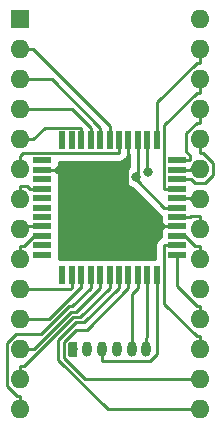
<source format=gbr>
G04 #@! TF.GenerationSoftware,KiCad,Pcbnew,(5.1.4)-1*
G04 #@! TF.CreationDate,2020-02-29T18:51:56+01:00*
G04 #@! TF.ProjectId,PLA_C64,504c415f-4336-4342-9e6b-696361645f70,rev?*
G04 #@! TF.SameCoordinates,Original*
G04 #@! TF.FileFunction,Copper,L1,Top*
G04 #@! TF.FilePolarity,Positive*
%FSLAX46Y46*%
G04 Gerber Fmt 4.6, Leading zero omitted, Abs format (unit mm)*
G04 Created by KiCad (PCBNEW (5.1.4)-1) date 2020-02-29 18:51:56*
%MOMM*%
%LPD*%
G04 APERTURE LIST*
%ADD10O,0.800000X1.300000*%
%ADD11C,0.100000*%
%ADD12C,0.800000*%
%ADD13R,1.500000X0.550000*%
%ADD14R,0.550000X1.500000*%
%ADD15O,1.600000X1.600000*%
%ADD16R,1.600000X1.600000*%
%ADD17C,0.250000*%
%ADD18C,0.254000*%
G04 APERTURE END LIST*
D10*
X27415800Y-44574500D03*
X26165800Y-44574500D03*
X24915800Y-44574500D03*
X23665800Y-44574500D03*
X22415800Y-44574500D03*
D11*
G36*
X21385403Y-43925463D02*
G01*
X21404818Y-43928343D01*
X21423857Y-43933112D01*
X21442337Y-43939724D01*
X21460079Y-43948116D01*
X21476914Y-43958206D01*
X21492679Y-43969898D01*
X21507221Y-43983079D01*
X21520402Y-43997621D01*
X21532094Y-44013386D01*
X21542184Y-44030221D01*
X21550576Y-44047963D01*
X21557188Y-44066443D01*
X21561957Y-44085482D01*
X21564837Y-44104897D01*
X21565800Y-44124500D01*
X21565800Y-45024500D01*
X21564837Y-45044103D01*
X21561957Y-45063518D01*
X21557188Y-45082557D01*
X21550576Y-45101037D01*
X21542184Y-45118779D01*
X21532094Y-45135614D01*
X21520402Y-45151379D01*
X21507221Y-45165921D01*
X21492679Y-45179102D01*
X21476914Y-45190794D01*
X21460079Y-45200884D01*
X21442337Y-45209276D01*
X21423857Y-45215888D01*
X21404818Y-45220657D01*
X21385403Y-45223537D01*
X21365800Y-45224500D01*
X20965800Y-45224500D01*
X20946197Y-45223537D01*
X20926782Y-45220657D01*
X20907743Y-45215888D01*
X20889263Y-45209276D01*
X20871521Y-45200884D01*
X20854686Y-45190794D01*
X20838921Y-45179102D01*
X20824379Y-45165921D01*
X20811198Y-45151379D01*
X20799506Y-45135614D01*
X20789416Y-45118779D01*
X20781024Y-45101037D01*
X20774412Y-45082557D01*
X20769643Y-45063518D01*
X20766763Y-45044103D01*
X20765800Y-45024500D01*
X20765800Y-44124500D01*
X20766763Y-44104897D01*
X20769643Y-44085482D01*
X20774412Y-44066443D01*
X20781024Y-44047963D01*
X20789416Y-44030221D01*
X20799506Y-44013386D01*
X20811198Y-43997621D01*
X20824379Y-43983079D01*
X20838921Y-43969898D01*
X20854686Y-43958206D01*
X20871521Y-43948116D01*
X20889263Y-43939724D01*
X20907743Y-43933112D01*
X20926782Y-43928343D01*
X20946197Y-43925463D01*
X20965800Y-43924500D01*
X21365800Y-43924500D01*
X21385403Y-43925463D01*
X21385403Y-43925463D01*
G37*
D12*
X21165800Y-44574500D03*
D13*
X18596100Y-36567900D03*
X18596100Y-35767900D03*
X18596100Y-34967900D03*
X18596100Y-34167900D03*
X18596100Y-33367900D03*
X18596100Y-32567900D03*
X18596100Y-31767900D03*
X18596100Y-30967900D03*
X18596100Y-30167900D03*
X18596100Y-29367900D03*
X18596100Y-28567900D03*
D14*
X20296100Y-26867900D03*
X21096100Y-26867900D03*
X21896100Y-26867900D03*
X22696100Y-26867900D03*
X23496100Y-26867900D03*
X24296100Y-26867900D03*
X25096100Y-26867900D03*
X25896100Y-26867900D03*
X26696100Y-26867900D03*
X27496100Y-26867900D03*
X28296100Y-26867900D03*
D13*
X29996100Y-28567900D03*
X29996100Y-29367900D03*
X29996100Y-30167900D03*
X29996100Y-30967900D03*
X29996100Y-31767900D03*
X29996100Y-32567900D03*
X29996100Y-33367900D03*
X29996100Y-34167900D03*
X29996100Y-34967900D03*
X29996100Y-35767900D03*
X29996100Y-36567900D03*
D14*
X28296100Y-38267900D03*
X27496100Y-38267900D03*
X26696100Y-38267900D03*
X25896100Y-38267900D03*
X25096100Y-38267900D03*
X24296100Y-38267900D03*
X23496100Y-38267900D03*
X22696100Y-38267900D03*
X21896100Y-38267900D03*
X21096100Y-38267900D03*
X20296100Y-38267900D03*
D15*
X31952300Y-16628600D03*
X16712300Y-49648600D03*
X31952300Y-19168600D03*
X16712300Y-47108600D03*
X31952300Y-21708600D03*
X16712300Y-44568600D03*
X31952300Y-24248600D03*
X16712300Y-42028600D03*
X31952300Y-26788600D03*
X16712300Y-39488600D03*
X31952300Y-29328600D03*
X16712300Y-36948600D03*
X31952300Y-31868600D03*
X16712300Y-34408600D03*
X31952300Y-34408600D03*
X16712300Y-31868600D03*
X31952300Y-36948600D03*
X16712300Y-29328600D03*
X31952300Y-39488600D03*
X16712300Y-26788600D03*
X31952300Y-42028600D03*
X16712300Y-24248600D03*
X31952300Y-44568600D03*
X16712300Y-21708600D03*
X31952300Y-47108600D03*
X16712300Y-19168600D03*
X31952300Y-49648600D03*
D16*
X16712300Y-16628600D03*
D12*
X26539200Y-29937300D03*
X24660300Y-29367900D03*
X27582000Y-29566200D03*
D17*
X22696100Y-39343200D02*
X21102100Y-40937200D01*
X21102100Y-40937200D02*
X20862400Y-40937200D01*
X20862400Y-40937200D02*
X18501000Y-43298600D01*
X18501000Y-43298600D02*
X16333900Y-43298600D01*
X16333900Y-43298600D02*
X15587000Y-44045500D01*
X15587000Y-44045500D02*
X15587000Y-47679400D01*
X15587000Y-47679400D02*
X16430900Y-48523300D01*
X16430900Y-48523300D02*
X16712300Y-48523300D01*
X16712300Y-49648600D02*
X16712300Y-48523300D01*
X22696100Y-38267900D02*
X22696100Y-39343200D01*
X26617700Y-29937300D02*
X26617700Y-30264800D01*
X26617700Y-30264800D02*
X28920800Y-32567900D01*
X26696100Y-26867900D02*
X26696100Y-29858900D01*
X26696100Y-29858900D02*
X26617700Y-29937300D01*
X26617700Y-29937300D02*
X26539200Y-29937300D01*
X29996100Y-32567900D02*
X28920800Y-32567900D01*
X16712300Y-36948600D02*
X16712300Y-35823300D01*
X16712300Y-35823300D02*
X17030700Y-35823300D01*
X17030700Y-35823300D02*
X17886100Y-34967900D01*
X17886100Y-34967900D02*
X18596100Y-34967900D01*
X16712300Y-34408600D02*
X16953000Y-34167900D01*
X16953000Y-34167900D02*
X18596100Y-34167900D01*
X16712300Y-31868600D02*
X16712300Y-30743300D01*
X18596100Y-30967900D02*
X17520800Y-30967900D01*
X16712300Y-30743300D02*
X17296200Y-30743300D01*
X17296200Y-30743300D02*
X17520800Y-30967900D01*
X25759600Y-29367900D02*
X24660300Y-29367900D01*
X25896100Y-27830600D02*
X25896100Y-29231400D01*
X25896100Y-29231400D02*
X25759600Y-29367900D01*
X28920800Y-34167900D02*
X25759600Y-31006700D01*
X25759600Y-31006700D02*
X25759600Y-29367900D01*
X29996100Y-34167900D02*
X28920800Y-34167900D01*
X25896100Y-26867900D02*
X25896100Y-27830600D01*
X24660300Y-29367900D02*
X19671400Y-29367900D01*
X18596100Y-29367900D02*
X19671400Y-29367900D01*
X21896100Y-26867900D02*
X21896100Y-25792600D01*
X16712300Y-26788600D02*
X17837600Y-26788600D01*
X17837600Y-26788600D02*
X18833600Y-25792600D01*
X18833600Y-25792600D02*
X21896100Y-25792600D01*
X16712300Y-24248600D02*
X21152100Y-24248600D01*
X21152100Y-24248600D02*
X22696100Y-25792600D01*
X22696100Y-26867900D02*
X22696100Y-25792600D01*
X23496100Y-26867900D02*
X23496100Y-25792600D01*
X23496100Y-25792600D02*
X19412100Y-21708600D01*
X19412100Y-21708600D02*
X16712300Y-21708600D01*
X16712300Y-19168600D02*
X17837600Y-19168600D01*
X17837600Y-19168600D02*
X24296100Y-25627100D01*
X24296100Y-25627100D02*
X24296100Y-26867900D01*
X25096100Y-26867900D02*
X25096100Y-27943200D01*
X16712300Y-29328600D02*
X16712300Y-28203300D01*
X16712300Y-28203300D02*
X16972400Y-27943200D01*
X16972400Y-27943200D02*
X25096100Y-27943200D01*
X27496100Y-26867900D02*
X27496100Y-29480300D01*
X27496100Y-29480300D02*
X27582000Y-29566200D01*
X31952300Y-19168600D02*
X31952300Y-20293900D01*
X31952300Y-20293900D02*
X31671000Y-20293900D01*
X31671000Y-20293900D02*
X28296100Y-23668800D01*
X28296100Y-23668800D02*
X28296100Y-26867900D01*
X29996100Y-28567900D02*
X31071400Y-28567900D01*
X31952300Y-24248600D02*
X31952300Y-25373900D01*
X31952300Y-25373900D02*
X31671100Y-25373900D01*
X31671100Y-25373900D02*
X30802400Y-26242600D01*
X30802400Y-26242600D02*
X30802400Y-27855100D01*
X30802400Y-27855100D02*
X31071400Y-28124100D01*
X31071400Y-28124100D02*
X31071400Y-28567900D01*
X29996100Y-29367900D02*
X31071400Y-29367900D01*
X31952300Y-29328600D02*
X31110700Y-29328600D01*
X31110700Y-29328600D02*
X31071400Y-29367900D01*
X31952300Y-26788600D02*
X31952300Y-27913900D01*
X31952300Y-27913900D02*
X32233600Y-27913900D01*
X32233600Y-27913900D02*
X33088400Y-28768700D01*
X33088400Y-28768700D02*
X33088400Y-29799000D01*
X33088400Y-29799000D02*
X32385700Y-30501700D01*
X32385700Y-30501700D02*
X31533800Y-30501700D01*
X31533800Y-30501700D02*
X31200000Y-30167900D01*
X31200000Y-30167900D02*
X29996100Y-30167900D01*
X29996100Y-30967900D02*
X28920800Y-30967900D01*
X31952300Y-21708600D02*
X31952300Y-22833900D01*
X31952300Y-22833900D02*
X31671000Y-22833900D01*
X31671000Y-22833900D02*
X28920800Y-25584100D01*
X28920800Y-25584100D02*
X28920800Y-30967900D01*
X29996100Y-31767900D02*
X31071400Y-31767900D01*
X31952300Y-31868600D02*
X31172100Y-31868600D01*
X31172100Y-31868600D02*
X31071400Y-31767900D01*
X31952300Y-34408600D02*
X31952300Y-33283300D01*
X29996100Y-33367900D02*
X31071400Y-33367900D01*
X31952300Y-33283300D02*
X31156000Y-33283300D01*
X31156000Y-33283300D02*
X31071400Y-33367900D01*
X31952300Y-36948600D02*
X31952300Y-35823300D01*
X31952300Y-35823300D02*
X31537300Y-35823300D01*
X31537300Y-35823300D02*
X30681900Y-34967900D01*
X30681900Y-34967900D02*
X29996100Y-34967900D01*
X29996100Y-35767900D02*
X28920800Y-35767900D01*
X31952300Y-44568600D02*
X31952300Y-43443300D01*
X31952300Y-43443300D02*
X31671000Y-43443300D01*
X31671000Y-43443300D02*
X28920800Y-40693100D01*
X28920800Y-40693100D02*
X28920800Y-35767900D01*
X31952300Y-42028600D02*
X31952300Y-40903300D01*
X31952300Y-40903300D02*
X31671000Y-40903300D01*
X31671000Y-40903300D02*
X29996100Y-39228400D01*
X29996100Y-39228400D02*
X29996100Y-36567900D01*
X23665800Y-44574500D02*
X23665800Y-45549800D01*
X28296100Y-38267900D02*
X28296100Y-45002300D01*
X28296100Y-45002300D02*
X27748600Y-45549800D01*
X27748600Y-45549800D02*
X23665800Y-45549800D01*
X27415800Y-44574500D02*
X27415800Y-43599200D01*
X27496100Y-38267900D02*
X27496100Y-43518900D01*
X27496100Y-43518900D02*
X27415800Y-43599200D01*
X26696100Y-38267900D02*
X26696100Y-39343200D01*
X26165800Y-44574500D02*
X26165800Y-39873500D01*
X26165800Y-39873500D02*
X26696100Y-39343200D01*
X25896100Y-38267900D02*
X25896100Y-39343200D01*
X31952300Y-47108600D02*
X22236600Y-47108600D01*
X22236600Y-47108600D02*
X20419500Y-45291500D01*
X20419500Y-45291500D02*
X20419500Y-43927700D01*
X20419500Y-43927700D02*
X21449500Y-42897700D01*
X21449500Y-42897700D02*
X22341600Y-42897700D01*
X22341600Y-42897700D02*
X25896100Y-39343200D01*
X25096100Y-39343200D02*
X22151200Y-42288100D01*
X22151200Y-42288100D02*
X21422200Y-42288100D01*
X21422200Y-42288100D02*
X19969200Y-43741100D01*
X19969200Y-43741100D02*
X19969200Y-45478100D01*
X19969200Y-45478100D02*
X24139700Y-49648600D01*
X24139700Y-49648600D02*
X31952300Y-49648600D01*
X25096100Y-38267900D02*
X25096100Y-39343200D01*
X24296100Y-39343200D02*
X21801500Y-41837800D01*
X21801500Y-41837800D02*
X21235600Y-41837800D01*
X21235600Y-41837800D02*
X17090100Y-45983300D01*
X17090100Y-45983300D02*
X16712300Y-45983300D01*
X24296100Y-38267900D02*
X24296100Y-39343200D01*
X16712300Y-47108600D02*
X16712300Y-45983300D01*
X23496100Y-39343200D02*
X21451800Y-41387500D01*
X21451800Y-41387500D02*
X21049000Y-41387500D01*
X21049000Y-41387500D02*
X17867900Y-44568600D01*
X17867900Y-44568600D02*
X17837600Y-44568600D01*
X23496100Y-38267900D02*
X23496100Y-39343200D01*
X16712300Y-44568600D02*
X17837600Y-44568600D01*
X21896100Y-39343200D02*
X21819500Y-39343200D01*
X21819500Y-39343200D02*
X19134100Y-42028600D01*
X19134100Y-42028600D02*
X17837600Y-42028600D01*
X16712300Y-42028600D02*
X17837600Y-42028600D01*
X21896100Y-38267900D02*
X21896100Y-39343200D01*
X21096100Y-38267900D02*
X21096100Y-39343200D01*
X16712300Y-39488600D02*
X20950700Y-39488600D01*
X20950700Y-39488600D02*
X21096100Y-39343200D01*
D18*
G36*
X21292800Y-44447500D02*
G01*
X21312800Y-44447500D01*
X21312800Y-44701500D01*
X21292800Y-44701500D01*
X21292800Y-44721500D01*
X21179500Y-44721500D01*
X21179500Y-44427500D01*
X21292800Y-44427500D01*
X21292800Y-44447500D01*
X21292800Y-44447500D01*
G37*
X21292800Y-44447500D02*
X21312800Y-44447500D01*
X21312800Y-44701500D01*
X21292800Y-44701500D01*
X21292800Y-44721500D01*
X21179500Y-44721500D01*
X21179500Y-44427500D01*
X21292800Y-44427500D01*
X21292800Y-44447500D01*
G36*
X25936100Y-28027882D02*
G01*
X25936101Y-29095494D01*
X25879426Y-29133363D01*
X25735263Y-29277526D01*
X25621995Y-29447044D01*
X25543974Y-29635402D01*
X25504200Y-29835361D01*
X25504200Y-30039239D01*
X25543974Y-30239198D01*
X25621995Y-30427556D01*
X25735263Y-30597074D01*
X25879426Y-30741237D01*
X26048944Y-30854505D01*
X26191761Y-30913662D01*
X28357001Y-33078903D01*
X28380799Y-33107901D01*
X28496524Y-33202874D01*
X28608028Y-33262475D01*
X28608028Y-33642900D01*
X28620288Y-33767382D01*
X28620646Y-33768563D01*
X28611100Y-33882150D01*
X28703183Y-33974233D01*
X28715563Y-33997394D01*
X28794915Y-34094085D01*
X28884859Y-34167900D01*
X28794915Y-34241715D01*
X28715563Y-34338406D01*
X28703183Y-34361567D01*
X28611100Y-34453650D01*
X28620646Y-34567237D01*
X28620288Y-34568418D01*
X28608028Y-34692900D01*
X28608028Y-35073325D01*
X28496524Y-35132926D01*
X28380799Y-35227899D01*
X28285826Y-35343624D01*
X28215254Y-35475653D01*
X28171797Y-35618914D01*
X28157123Y-35767900D01*
X28160801Y-35805243D01*
X28160801Y-36879828D01*
X28021100Y-36879828D01*
X27896618Y-36892088D01*
X27896100Y-36892245D01*
X27895582Y-36892088D01*
X27771100Y-36879828D01*
X27221100Y-36879828D01*
X27096618Y-36892088D01*
X27096100Y-36892245D01*
X27095582Y-36892088D01*
X26971100Y-36879828D01*
X26421100Y-36879828D01*
X26296618Y-36892088D01*
X26296100Y-36892245D01*
X26295582Y-36892088D01*
X26171100Y-36879828D01*
X25621100Y-36879828D01*
X25496618Y-36892088D01*
X25496100Y-36892245D01*
X25495582Y-36892088D01*
X25371100Y-36879828D01*
X24821100Y-36879828D01*
X24696618Y-36892088D01*
X24696100Y-36892245D01*
X24695582Y-36892088D01*
X24571100Y-36879828D01*
X24021100Y-36879828D01*
X23896618Y-36892088D01*
X23896100Y-36892245D01*
X23895582Y-36892088D01*
X23771100Y-36879828D01*
X23221100Y-36879828D01*
X23096618Y-36892088D01*
X23096100Y-36892245D01*
X23095582Y-36892088D01*
X22971100Y-36879828D01*
X22421100Y-36879828D01*
X22296618Y-36892088D01*
X22296100Y-36892245D01*
X22295582Y-36892088D01*
X22171100Y-36879828D01*
X21621100Y-36879828D01*
X21496618Y-36892088D01*
X21496100Y-36892245D01*
X21495582Y-36892088D01*
X21371100Y-36879828D01*
X20821100Y-36879828D01*
X20696618Y-36892088D01*
X20696100Y-36892245D01*
X20695582Y-36892088D01*
X20571100Y-36879828D01*
X20021100Y-36879828D01*
X19980138Y-36883862D01*
X19984172Y-36842900D01*
X19984172Y-36292900D01*
X19971912Y-36168418D01*
X19971755Y-36167900D01*
X19971912Y-36167382D01*
X19984172Y-36042900D01*
X19984172Y-35492900D01*
X19971912Y-35368418D01*
X19971755Y-35367900D01*
X19971912Y-35367382D01*
X19984172Y-35242900D01*
X19984172Y-34692900D01*
X19971912Y-34568418D01*
X19971755Y-34567900D01*
X19971912Y-34567382D01*
X19984172Y-34442900D01*
X19984172Y-33892900D01*
X19971912Y-33768418D01*
X19971755Y-33767900D01*
X19971912Y-33767382D01*
X19984172Y-33642900D01*
X19984172Y-33092900D01*
X19971912Y-32968418D01*
X19971755Y-32967900D01*
X19971912Y-32967382D01*
X19984172Y-32842900D01*
X19984172Y-32292900D01*
X19971912Y-32168418D01*
X19971755Y-32167900D01*
X19971912Y-32167382D01*
X19984172Y-32042900D01*
X19984172Y-31492900D01*
X19971912Y-31368418D01*
X19971755Y-31367900D01*
X19971912Y-31367382D01*
X19984172Y-31242900D01*
X19984172Y-30692900D01*
X19971912Y-30568418D01*
X19971755Y-30567900D01*
X19971912Y-30567382D01*
X19984172Y-30442900D01*
X19984172Y-29892900D01*
X19971912Y-29768418D01*
X19971554Y-29767237D01*
X19981100Y-29653650D01*
X19889017Y-29561567D01*
X19876637Y-29538406D01*
X19797285Y-29441715D01*
X19707341Y-29367900D01*
X19797285Y-29294085D01*
X19876637Y-29197394D01*
X19889017Y-29174233D01*
X19981100Y-29082150D01*
X19971554Y-28968563D01*
X19971912Y-28967382D01*
X19984172Y-28842900D01*
X19984172Y-28703200D01*
X25058767Y-28703200D01*
X25096100Y-28706877D01*
X25245086Y-28692203D01*
X25388347Y-28648746D01*
X25520376Y-28578174D01*
X25636101Y-28483201D01*
X25731074Y-28367476D01*
X25801646Y-28235447D01*
X25845103Y-28092186D01*
X25850801Y-28034339D01*
X25896100Y-27979141D01*
X25936100Y-28027882D01*
X25936100Y-28027882D01*
G37*
X25936100Y-28027882D02*
X25936101Y-29095494D01*
X25879426Y-29133363D01*
X25735263Y-29277526D01*
X25621995Y-29447044D01*
X25543974Y-29635402D01*
X25504200Y-29835361D01*
X25504200Y-30039239D01*
X25543974Y-30239198D01*
X25621995Y-30427556D01*
X25735263Y-30597074D01*
X25879426Y-30741237D01*
X26048944Y-30854505D01*
X26191761Y-30913662D01*
X28357001Y-33078903D01*
X28380799Y-33107901D01*
X28496524Y-33202874D01*
X28608028Y-33262475D01*
X28608028Y-33642900D01*
X28620288Y-33767382D01*
X28620646Y-33768563D01*
X28611100Y-33882150D01*
X28703183Y-33974233D01*
X28715563Y-33997394D01*
X28794915Y-34094085D01*
X28884859Y-34167900D01*
X28794915Y-34241715D01*
X28715563Y-34338406D01*
X28703183Y-34361567D01*
X28611100Y-34453650D01*
X28620646Y-34567237D01*
X28620288Y-34568418D01*
X28608028Y-34692900D01*
X28608028Y-35073325D01*
X28496524Y-35132926D01*
X28380799Y-35227899D01*
X28285826Y-35343624D01*
X28215254Y-35475653D01*
X28171797Y-35618914D01*
X28157123Y-35767900D01*
X28160801Y-35805243D01*
X28160801Y-36879828D01*
X28021100Y-36879828D01*
X27896618Y-36892088D01*
X27896100Y-36892245D01*
X27895582Y-36892088D01*
X27771100Y-36879828D01*
X27221100Y-36879828D01*
X27096618Y-36892088D01*
X27096100Y-36892245D01*
X27095582Y-36892088D01*
X26971100Y-36879828D01*
X26421100Y-36879828D01*
X26296618Y-36892088D01*
X26296100Y-36892245D01*
X26295582Y-36892088D01*
X26171100Y-36879828D01*
X25621100Y-36879828D01*
X25496618Y-36892088D01*
X25496100Y-36892245D01*
X25495582Y-36892088D01*
X25371100Y-36879828D01*
X24821100Y-36879828D01*
X24696618Y-36892088D01*
X24696100Y-36892245D01*
X24695582Y-36892088D01*
X24571100Y-36879828D01*
X24021100Y-36879828D01*
X23896618Y-36892088D01*
X23896100Y-36892245D01*
X23895582Y-36892088D01*
X23771100Y-36879828D01*
X23221100Y-36879828D01*
X23096618Y-36892088D01*
X23096100Y-36892245D01*
X23095582Y-36892088D01*
X22971100Y-36879828D01*
X22421100Y-36879828D01*
X22296618Y-36892088D01*
X22296100Y-36892245D01*
X22295582Y-36892088D01*
X22171100Y-36879828D01*
X21621100Y-36879828D01*
X21496618Y-36892088D01*
X21496100Y-36892245D01*
X21495582Y-36892088D01*
X21371100Y-36879828D01*
X20821100Y-36879828D01*
X20696618Y-36892088D01*
X20696100Y-36892245D01*
X20695582Y-36892088D01*
X20571100Y-36879828D01*
X20021100Y-36879828D01*
X19980138Y-36883862D01*
X19984172Y-36842900D01*
X19984172Y-36292900D01*
X19971912Y-36168418D01*
X19971755Y-36167900D01*
X19971912Y-36167382D01*
X19984172Y-36042900D01*
X19984172Y-35492900D01*
X19971912Y-35368418D01*
X19971755Y-35367900D01*
X19971912Y-35367382D01*
X19984172Y-35242900D01*
X19984172Y-34692900D01*
X19971912Y-34568418D01*
X19971755Y-34567900D01*
X19971912Y-34567382D01*
X19984172Y-34442900D01*
X19984172Y-33892900D01*
X19971912Y-33768418D01*
X19971755Y-33767900D01*
X19971912Y-33767382D01*
X19984172Y-33642900D01*
X19984172Y-33092900D01*
X19971912Y-32968418D01*
X19971755Y-32967900D01*
X19971912Y-32967382D01*
X19984172Y-32842900D01*
X19984172Y-32292900D01*
X19971912Y-32168418D01*
X19971755Y-32167900D01*
X19971912Y-32167382D01*
X19984172Y-32042900D01*
X19984172Y-31492900D01*
X19971912Y-31368418D01*
X19971755Y-31367900D01*
X19971912Y-31367382D01*
X19984172Y-31242900D01*
X19984172Y-30692900D01*
X19971912Y-30568418D01*
X19971755Y-30567900D01*
X19971912Y-30567382D01*
X19984172Y-30442900D01*
X19984172Y-29892900D01*
X19971912Y-29768418D01*
X19971554Y-29767237D01*
X19981100Y-29653650D01*
X19889017Y-29561567D01*
X19876637Y-29538406D01*
X19797285Y-29441715D01*
X19707341Y-29367900D01*
X19797285Y-29294085D01*
X19876637Y-29197394D01*
X19889017Y-29174233D01*
X19981100Y-29082150D01*
X19971554Y-28968563D01*
X19971912Y-28967382D01*
X19984172Y-28842900D01*
X19984172Y-28703200D01*
X25058767Y-28703200D01*
X25096100Y-28706877D01*
X25245086Y-28692203D01*
X25388347Y-28648746D01*
X25520376Y-28578174D01*
X25636101Y-28483201D01*
X25731074Y-28367476D01*
X25801646Y-28235447D01*
X25845103Y-28092186D01*
X25850801Y-28034339D01*
X25896100Y-27979141D01*
X25936100Y-28027882D01*
M02*

</source>
